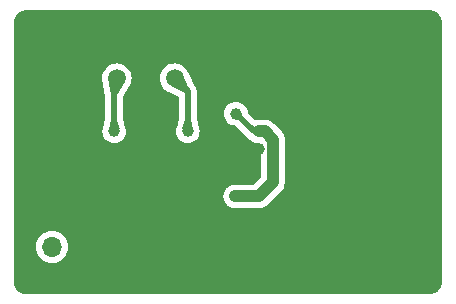
<source format=gbl>
G04 #@! TF.GenerationSoftware,KiCad,Pcbnew,8.0.2*
G04 #@! TF.CreationDate,2024-06-05T16:41:01+02:00*
G04 #@! TF.ProjectId,Local Oscillator 60 MHz,4c6f6361-6c20-44f7-9363-696c6c61746f,rev?*
G04 #@! TF.SameCoordinates,Original*
G04 #@! TF.FileFunction,Copper,L2,Bot*
G04 #@! TF.FilePolarity,Positive*
%FSLAX46Y46*%
G04 Gerber Fmt 4.6, Leading zero omitted, Abs format (unit mm)*
G04 Created by KiCad (PCBNEW 8.0.2) date 2024-06-05 16:41:01*
%MOMM*%
%LPD*%
G01*
G04 APERTURE LIST*
G04 #@! TA.AperFunction,ComponentPad*
%ADD10R,1.700000X1.700000*%
G04 #@! TD*
G04 #@! TA.AperFunction,ComponentPad*
%ADD11O,1.700000X1.700000*%
G04 #@! TD*
G04 #@! TA.AperFunction,ComponentPad*
%ADD12C,1.500000*%
G04 #@! TD*
G04 #@! TA.AperFunction,SMDPad,CuDef*
%ADD13R,4.000000X6.000000*%
G04 #@! TD*
G04 #@! TA.AperFunction,ViaPad*
%ADD14C,1.000000*%
G04 #@! TD*
G04 #@! TA.AperFunction,Conductor*
%ADD15C,0.500000*%
G04 #@! TD*
G04 #@! TA.AperFunction,Conductor*
%ADD16C,1.000000*%
G04 #@! TD*
G04 APERTURE END LIST*
D10*
X83500000Y-75725000D03*
D11*
X83500000Y-78265000D03*
D12*
X88975000Y-64000000D03*
X93855000Y-64000000D03*
D13*
X114000000Y-63750000D03*
X114000000Y-76750000D03*
X114000000Y-70250000D03*
D14*
X81250000Y-74000000D03*
X81250000Y-66500000D03*
X98500000Y-59250000D03*
X109750000Y-59250000D03*
X99750000Y-81250000D03*
X93500000Y-59250000D03*
X111000000Y-59250000D03*
X101000000Y-63500000D03*
X109750000Y-81250000D03*
X108500000Y-81250000D03*
X112250000Y-81250000D03*
X111000000Y-81250000D03*
X84750000Y-59250000D03*
X93000000Y-68500000D03*
X87250000Y-59250000D03*
X113500000Y-81250000D03*
X81250000Y-69000000D03*
X93000000Y-76250000D03*
X81250000Y-64000000D03*
X81250000Y-79000000D03*
X107250000Y-59250000D03*
X111250000Y-60750000D03*
X88500000Y-59250000D03*
X81250000Y-67750000D03*
X89000000Y-74750000D03*
X97250000Y-59250000D03*
X115500000Y-67750000D03*
X93500000Y-81250000D03*
X113500000Y-59250000D03*
X82250000Y-59250000D03*
X115500000Y-66500000D03*
X96000000Y-81250000D03*
X81250000Y-80250000D03*
X115500000Y-61500000D03*
X92250000Y-59250000D03*
X112250000Y-59250000D03*
X103500000Y-59250000D03*
X115500000Y-60250000D03*
X83500000Y-63250000D03*
X102250000Y-81250000D03*
X101000000Y-70000000D03*
X86000000Y-81250000D03*
X103500000Y-81250000D03*
X98000000Y-72750000D03*
X101000000Y-81250000D03*
X108500000Y-59250000D03*
X88500000Y-81250000D03*
X81250000Y-62750000D03*
X106500000Y-67475000D03*
X81250000Y-76500000D03*
X114750000Y-81250000D03*
X83000000Y-65250000D03*
X96500000Y-75000000D03*
X81250000Y-71500000D03*
X102250000Y-59250000D03*
X83000000Y-61250000D03*
X92250000Y-81250000D03*
X81250000Y-65250000D03*
X107250000Y-81250000D03*
X91000000Y-81250000D03*
X96000000Y-59250000D03*
X112500000Y-74000000D03*
X98500000Y-81250000D03*
X81250000Y-72750000D03*
X81250000Y-77750000D03*
X99000000Y-79500000D03*
X94750000Y-81250000D03*
X115500000Y-72750000D03*
X112500000Y-67500000D03*
X106030603Y-81246169D03*
X86000000Y-59250000D03*
X88500000Y-76250000D03*
X101000000Y-76500000D03*
X91000000Y-59250000D03*
X89750000Y-81250000D03*
X115500000Y-79000000D03*
X83500000Y-59250000D03*
X97250000Y-68000000D03*
X106000000Y-59250000D03*
X104750000Y-81250000D03*
X81250000Y-61500000D03*
X97250000Y-81250000D03*
X104750000Y-59250000D03*
X87250000Y-81250000D03*
X94750000Y-59250000D03*
X101000000Y-59250000D03*
X115500000Y-80250000D03*
X115500000Y-74000000D03*
X98750000Y-61250000D03*
X98000000Y-70250000D03*
X82250000Y-81250000D03*
X89750000Y-59250000D03*
X83500000Y-81250000D03*
X105500000Y-60750000D03*
X81250000Y-70250000D03*
X106500000Y-73975000D03*
X81250000Y-60250000D03*
X84750000Y-81250000D03*
X99750000Y-59250000D03*
X81250000Y-75250000D03*
X114750000Y-59250000D03*
X88750000Y-68500000D03*
X101000000Y-68500000D03*
X101000000Y-74000000D03*
X99000000Y-74000000D03*
X99050000Y-67000000D03*
X94975000Y-68500000D03*
D15*
X88750000Y-68500000D02*
X88750000Y-64225000D01*
X88750000Y-64225000D02*
X88975000Y-64000000D01*
D16*
X99000000Y-74000000D02*
X101000000Y-74000000D01*
X102200000Y-72800000D02*
X102200000Y-69200000D01*
X102200000Y-69200000D02*
X101500000Y-68500000D01*
D15*
X99050000Y-67000000D02*
X100550000Y-68500000D01*
D16*
X101500000Y-68500000D02*
X101000000Y-68500000D01*
X101000000Y-74000000D02*
X102200000Y-72800000D01*
D15*
X100550000Y-68500000D02*
X101000000Y-68500000D01*
X94975000Y-68500000D02*
X94975000Y-65120000D01*
X94975000Y-65120000D02*
X93855000Y-64000000D01*
G04 #@! TA.AperFunction,Conductor*
G36*
X115488074Y-58250002D02*
G01*
X115488781Y-58250006D01*
X115499345Y-58250070D01*
X115500689Y-58250087D01*
X115511891Y-58250293D01*
X115512552Y-58250307D01*
X115546504Y-58251139D01*
X115551750Y-58251381D01*
X115592725Y-58254149D01*
X115603272Y-58255318D01*
X115643853Y-58261592D01*
X115649021Y-58262505D01*
X115691657Y-58270986D01*
X115697552Y-58272310D01*
X115783680Y-58293883D01*
X115795321Y-58297415D01*
X115876028Y-58326293D01*
X115887255Y-58330943D01*
X115964760Y-58367600D01*
X115975485Y-58373332D01*
X116049008Y-58417400D01*
X116059118Y-58424155D01*
X116127976Y-58475223D01*
X116137378Y-58482940D01*
X116200890Y-58540504D01*
X116209495Y-58549109D01*
X116267059Y-58612621D01*
X116274779Y-58622028D01*
X116325839Y-58690875D01*
X116332599Y-58700992D01*
X116376665Y-58774511D01*
X116382402Y-58785244D01*
X116419051Y-58862733D01*
X116423707Y-58873974D01*
X116452585Y-58954681D01*
X116456118Y-58966327D01*
X116477685Y-59052430D01*
X116479018Y-59058366D01*
X116487486Y-59100934D01*
X116488413Y-59106182D01*
X116494678Y-59146707D01*
X116495852Y-59157292D01*
X116498617Y-59198212D01*
X116498862Y-59203539D01*
X116499691Y-59237416D01*
X116499707Y-59238169D01*
X116499910Y-59249207D01*
X116499929Y-59250723D01*
X116499998Y-59261915D01*
X116500000Y-59262679D01*
X116500000Y-81237320D01*
X116499998Y-81238084D01*
X116499929Y-81249276D01*
X116499910Y-81250792D01*
X116499707Y-81261830D01*
X116499691Y-81262583D01*
X116498862Y-81296460D01*
X116498617Y-81301787D01*
X116495852Y-81342707D01*
X116494678Y-81353292D01*
X116488413Y-81393817D01*
X116487486Y-81399065D01*
X116479018Y-81441633D01*
X116477685Y-81447569D01*
X116456118Y-81533672D01*
X116452585Y-81545318D01*
X116423707Y-81626025D01*
X116419051Y-81637267D01*
X116382403Y-81714753D01*
X116376667Y-81725484D01*
X116332601Y-81799005D01*
X116325840Y-81809124D01*
X116274779Y-81877972D01*
X116267059Y-81887378D01*
X116209495Y-81950890D01*
X116200890Y-81959495D01*
X116137378Y-82017059D01*
X116127972Y-82024779D01*
X116059124Y-82075840D01*
X116049005Y-82082601D01*
X115975484Y-82126667D01*
X115964753Y-82132403D01*
X115887267Y-82169051D01*
X115876025Y-82173707D01*
X115795318Y-82202585D01*
X115783672Y-82206118D01*
X115697569Y-82227685D01*
X115691633Y-82229018D01*
X115649065Y-82237486D01*
X115643817Y-82238413D01*
X115603292Y-82244678D01*
X115592707Y-82245852D01*
X115551787Y-82248617D01*
X115546460Y-82248862D01*
X115512583Y-82249691D01*
X115511830Y-82249707D01*
X115500792Y-82249910D01*
X115499277Y-82249929D01*
X115489042Y-82249992D01*
X115488074Y-82249998D01*
X115487321Y-82250000D01*
X81262679Y-82250000D01*
X81261924Y-82249998D01*
X81261095Y-82249992D01*
X81250723Y-82249929D01*
X81249207Y-82249910D01*
X81238169Y-82249707D01*
X81237416Y-82249691D01*
X81203539Y-82248862D01*
X81198212Y-82248617D01*
X81157292Y-82245852D01*
X81146707Y-82244678D01*
X81106182Y-82238413D01*
X81100941Y-82237487D01*
X81079554Y-82233233D01*
X81058366Y-82229018D01*
X81052430Y-82227685D01*
X80966327Y-82206118D01*
X80954681Y-82202585D01*
X80873974Y-82173707D01*
X80862732Y-82169051D01*
X80785246Y-82132403D01*
X80774515Y-82126667D01*
X80700996Y-82082602D01*
X80690878Y-82075841D01*
X80622033Y-82024783D01*
X80612626Y-82017063D01*
X80549109Y-81959495D01*
X80540504Y-81950890D01*
X80482940Y-81887378D01*
X80475220Y-81877972D01*
X80424159Y-81809124D01*
X80417398Y-81799005D01*
X80373332Y-81725484D01*
X80367596Y-81714753D01*
X80330943Y-81637255D01*
X80326292Y-81626025D01*
X80297416Y-81545324D01*
X80293883Y-81533678D01*
X80272310Y-81447552D01*
X80270986Y-81441657D01*
X80262505Y-81399021D01*
X80261592Y-81393853D01*
X80255318Y-81353272D01*
X80254149Y-81342727D01*
X80251380Y-81301752D01*
X80251138Y-81296492D01*
X80250305Y-81262482D01*
X80250292Y-81261830D01*
X80250087Y-81250695D01*
X80250070Y-81249344D01*
X80250002Y-81238073D01*
X80250000Y-81237320D01*
X80250000Y-78264999D01*
X82144341Y-78264999D01*
X82144341Y-78265000D01*
X82164936Y-78500403D01*
X82164938Y-78500413D01*
X82226094Y-78728655D01*
X82226096Y-78728659D01*
X82226097Y-78728663D01*
X82325965Y-78942830D01*
X82325967Y-78942834D01*
X82434281Y-79097521D01*
X82461505Y-79136401D01*
X82628599Y-79303495D01*
X82725384Y-79371265D01*
X82822165Y-79439032D01*
X82822167Y-79439033D01*
X82822170Y-79439035D01*
X83036337Y-79538903D01*
X83264592Y-79600063D01*
X83452918Y-79616539D01*
X83499999Y-79620659D01*
X83500000Y-79620659D01*
X83500001Y-79620659D01*
X83539234Y-79617226D01*
X83735408Y-79600063D01*
X83963663Y-79538903D01*
X84177830Y-79439035D01*
X84371401Y-79303495D01*
X84538495Y-79136401D01*
X84674035Y-78942830D01*
X84773903Y-78728663D01*
X84835063Y-78500408D01*
X84855659Y-78265000D01*
X84835063Y-78029592D01*
X84773903Y-77801337D01*
X84674035Y-77587171D01*
X84538495Y-77393599D01*
X84538494Y-77393597D01*
X84371402Y-77226506D01*
X84371395Y-77226501D01*
X84177834Y-77090967D01*
X84177830Y-77090965D01*
X84177828Y-77090964D01*
X83963663Y-76991097D01*
X83963659Y-76991096D01*
X83963655Y-76991094D01*
X83735413Y-76929938D01*
X83735403Y-76929936D01*
X83500001Y-76909341D01*
X83499999Y-76909341D01*
X83264596Y-76929936D01*
X83264586Y-76929938D01*
X83036344Y-76991094D01*
X83036335Y-76991098D01*
X82822171Y-77090964D01*
X82822169Y-77090965D01*
X82628597Y-77226505D01*
X82461505Y-77393597D01*
X82325965Y-77587169D01*
X82325964Y-77587171D01*
X82226098Y-77801335D01*
X82226094Y-77801344D01*
X82164938Y-78029586D01*
X82164936Y-78029596D01*
X82144341Y-78264999D01*
X80250000Y-78264999D01*
X80250000Y-73999999D01*
X97994659Y-73999999D01*
X97998903Y-74043090D01*
X97999500Y-74055244D01*
X97999500Y-74098544D01*
X98007945Y-74141006D01*
X98009730Y-74153035D01*
X98013975Y-74196130D01*
X98013976Y-74196134D01*
X98026547Y-74237575D01*
X98029503Y-74249378D01*
X98037946Y-74291827D01*
X98037948Y-74291834D01*
X98054517Y-74331834D01*
X98058612Y-74343277D01*
X98071186Y-74384727D01*
X98071187Y-74384729D01*
X98091597Y-74422913D01*
X98096800Y-74433915D01*
X98113368Y-74473914D01*
X98113370Y-74473918D01*
X98137425Y-74509918D01*
X98143683Y-74520358D01*
X98164088Y-74558535D01*
X98164094Y-74558543D01*
X98191552Y-74592002D01*
X98198799Y-74601772D01*
X98222862Y-74637783D01*
X98222865Y-74637787D01*
X98253479Y-74668401D01*
X98261651Y-74677416D01*
X98289117Y-74710883D01*
X98322579Y-74738345D01*
X98322581Y-74738346D01*
X98331599Y-74746520D01*
X98362214Y-74777136D01*
X98362217Y-74777138D01*
X98362218Y-74777139D01*
X98398217Y-74801193D01*
X98398219Y-74801194D01*
X98407988Y-74808438D01*
X98441462Y-74835910D01*
X98479640Y-74856316D01*
X98490078Y-74862572D01*
X98497899Y-74867797D01*
X98526086Y-74886632D01*
X98566095Y-74903203D01*
X98577091Y-74908404D01*
X98615273Y-74928814D01*
X98656710Y-74941383D01*
X98668160Y-74945480D01*
X98708165Y-74962051D01*
X98750640Y-74970499D01*
X98762414Y-74973448D01*
X98803868Y-74986024D01*
X98846964Y-74990268D01*
X98858990Y-74992052D01*
X98889480Y-74998117D01*
X98901458Y-75000500D01*
X98901459Y-75000500D01*
X98944756Y-75000500D01*
X98956909Y-75001096D01*
X99000000Y-75005341D01*
X99043090Y-75001096D01*
X99055244Y-75000500D01*
X100901460Y-75000500D01*
X100944756Y-75000500D01*
X100956909Y-75001096D01*
X101000000Y-75005341D01*
X101043090Y-75001096D01*
X101055244Y-75000500D01*
X101098541Y-75000500D01*
X101141011Y-74992051D01*
X101153034Y-74990268D01*
X101196132Y-74986024D01*
X101237580Y-74973449D01*
X101249361Y-74970498D01*
X101291836Y-74962051D01*
X101331855Y-74945473D01*
X101343281Y-74941385D01*
X101384727Y-74928814D01*
X101422910Y-74908403D01*
X101433910Y-74903201D01*
X101473914Y-74886632D01*
X101509938Y-74862560D01*
X101520351Y-74856320D01*
X101546591Y-74842295D01*
X101558535Y-74835912D01*
X101558539Y-74835909D01*
X101592005Y-74808444D01*
X101601782Y-74801193D01*
X101637781Y-74777140D01*
X101637783Y-74777138D01*
X101637785Y-74777136D01*
X101668408Y-74746512D01*
X101677402Y-74738359D01*
X101710883Y-74710883D01*
X101738359Y-74677402D01*
X101746511Y-74668409D01*
X101777139Y-74637782D01*
X101777139Y-74637781D01*
X101787341Y-74627580D01*
X101787348Y-74627570D01*
X102977139Y-73437782D01*
X103022306Y-73370184D01*
X103086632Y-73273914D01*
X103162051Y-73091835D01*
X103166159Y-73071186D01*
X103200500Y-72898540D01*
X103200500Y-72701460D01*
X103200500Y-69101459D01*
X103200500Y-69101456D01*
X103200499Y-69101454D01*
X103196819Y-69082954D01*
X103162051Y-68908164D01*
X103108647Y-68779236D01*
X103086632Y-68726086D01*
X102977139Y-68562218D01*
X102837782Y-68422861D01*
X102837781Y-68422860D01*
X102284208Y-67869288D01*
X102284206Y-67869285D01*
X102284206Y-67869286D01*
X102277139Y-67862219D01*
X102277139Y-67862218D01*
X102137782Y-67722861D01*
X102137781Y-67722860D01*
X102137780Y-67722859D01*
X101973920Y-67613371D01*
X101973907Y-67613364D01*
X101841543Y-67558538D01*
X101841542Y-67558538D01*
X101791836Y-67537949D01*
X101791828Y-67537947D01*
X101671316Y-67513976D01*
X101646974Y-67509134D01*
X101598543Y-67499500D01*
X101598541Y-67499500D01*
X101055244Y-67499500D01*
X101043090Y-67498903D01*
X101000000Y-67494659D01*
X100956910Y-67498903D01*
X100944756Y-67499500D01*
X100901453Y-67499500D01*
X100858991Y-67507945D01*
X100846963Y-67509730D01*
X100803867Y-67513976D01*
X100762427Y-67526546D01*
X100750628Y-67529501D01*
X100742503Y-67531118D01*
X100724083Y-67534782D01*
X100654491Y-67528553D01*
X100612212Y-67500845D01*
X100080593Y-66969225D01*
X100047108Y-66907902D01*
X100044871Y-66893697D01*
X100036024Y-66803871D01*
X100036024Y-66803870D01*
X100036024Y-66803868D01*
X99978814Y-66615273D01*
X99978811Y-66615269D01*
X99978811Y-66615266D01*
X99885913Y-66441467D01*
X99885909Y-66441460D01*
X99760883Y-66289116D01*
X99608539Y-66164090D01*
X99608532Y-66164086D01*
X99434733Y-66071188D01*
X99434727Y-66071186D01*
X99246132Y-66013976D01*
X99246129Y-66013975D01*
X99050000Y-65994659D01*
X98853870Y-66013975D01*
X98665266Y-66071188D01*
X98491467Y-66164086D01*
X98491460Y-66164090D01*
X98339116Y-66289116D01*
X98214090Y-66441460D01*
X98214086Y-66441467D01*
X98121188Y-66615266D01*
X98063975Y-66803870D01*
X98044659Y-67000000D01*
X98063975Y-67196129D01*
X98121188Y-67384733D01*
X98214086Y-67558532D01*
X98214090Y-67558538D01*
X98339116Y-67710883D01*
X98491460Y-67835909D01*
X98491467Y-67835913D01*
X98665266Y-67928811D01*
X98665269Y-67928811D01*
X98665273Y-67928814D01*
X98853868Y-67986024D01*
X98943697Y-67994871D01*
X99008485Y-68021031D01*
X99019225Y-68030593D01*
X99550851Y-68562218D01*
X99967048Y-68978415D01*
X99967049Y-68978416D01*
X100071584Y-69082951D01*
X100071587Y-69082953D01*
X100071588Y-69082954D01*
X100194494Y-69165077D01*
X100194498Y-69165079D01*
X100194505Y-69165084D01*
X100194508Y-69165085D01*
X100194511Y-69165087D01*
X100255861Y-69190498D01*
X100287074Y-69209206D01*
X100322581Y-69238346D01*
X100331598Y-69246519D01*
X100362214Y-69277136D01*
X100362219Y-69277140D01*
X100398219Y-69301194D01*
X100407988Y-69308438D01*
X100441462Y-69335910D01*
X100441464Y-69335911D01*
X100479640Y-69356316D01*
X100490078Y-69362572D01*
X100526086Y-69386632D01*
X100566095Y-69403203D01*
X100577091Y-69408404D01*
X100615273Y-69428814D01*
X100656710Y-69441383D01*
X100668160Y-69445480D01*
X100708165Y-69462051D01*
X100750640Y-69470499D01*
X100762414Y-69473448D01*
X100803868Y-69486024D01*
X100846964Y-69490268D01*
X100858990Y-69492052D01*
X100889480Y-69498117D01*
X100901458Y-69500500D01*
X100901459Y-69500500D01*
X100944756Y-69500500D01*
X100956909Y-69501096D01*
X101000000Y-69505341D01*
X101023949Y-69502982D01*
X101092594Y-69516001D01*
X101123784Y-69538704D01*
X101163181Y-69578101D01*
X101196666Y-69639424D01*
X101199500Y-69665782D01*
X101199500Y-72334217D01*
X101179815Y-72401256D01*
X101163181Y-72421898D01*
X100621899Y-72963181D01*
X100560576Y-72996666D01*
X100534218Y-72999500D01*
X99055244Y-72999500D01*
X99043090Y-72998903D01*
X99020377Y-72996666D01*
X99000000Y-72994659D01*
X98979623Y-72996666D01*
X98956910Y-72998903D01*
X98944756Y-72999500D01*
X98901453Y-72999500D01*
X98858991Y-73007945D01*
X98846963Y-73009730D01*
X98803867Y-73013976D01*
X98762427Y-73026546D01*
X98750626Y-73029502D01*
X98708166Y-73037948D01*
X98708161Y-73037949D01*
X98668159Y-73054518D01*
X98656707Y-73058616D01*
X98615272Y-73071186D01*
X98577091Y-73091594D01*
X98566093Y-73096795D01*
X98526091Y-73113364D01*
X98490080Y-73137426D01*
X98479645Y-73143680D01*
X98441465Y-73164087D01*
X98441460Y-73164091D01*
X98407990Y-73191557D01*
X98398225Y-73198799D01*
X98362225Y-73222855D01*
X98362219Y-73222860D01*
X98331595Y-73253483D01*
X98322584Y-73261650D01*
X98289117Y-73289117D01*
X98261650Y-73322584D01*
X98253483Y-73331595D01*
X98222860Y-73362219D01*
X98222855Y-73362225D01*
X98198799Y-73398225D01*
X98191557Y-73407990D01*
X98164091Y-73441460D01*
X98164087Y-73441465D01*
X98143680Y-73479645D01*
X98137426Y-73490080D01*
X98113364Y-73526091D01*
X98096795Y-73566093D01*
X98091594Y-73577091D01*
X98071186Y-73615272D01*
X98058616Y-73656707D01*
X98054518Y-73668159D01*
X98037949Y-73708161D01*
X98037948Y-73708166D01*
X98029502Y-73750626D01*
X98026546Y-73762427D01*
X98013976Y-73803867D01*
X98009730Y-73846963D01*
X98007945Y-73858991D01*
X97999500Y-73901453D01*
X97999500Y-73944754D01*
X97998903Y-73956907D01*
X97994659Y-73999999D01*
X80250000Y-73999999D01*
X80250000Y-63999997D01*
X87719723Y-63999997D01*
X87719723Y-64000002D01*
X87738793Y-64217975D01*
X87738793Y-64217979D01*
X87781528Y-64377469D01*
X87783597Y-64386537D01*
X87809114Y-64521565D01*
X87908232Y-65046079D01*
X87997344Y-65517636D01*
X87999500Y-65540661D01*
X87999500Y-67399797D01*
X87995449Y-67431234D01*
X87801654Y-68170659D01*
X87797141Y-68189319D01*
X87796762Y-68191722D01*
X87792940Y-68208382D01*
X87763975Y-68303868D01*
X87744659Y-68500000D01*
X87763975Y-68696129D01*
X87821188Y-68884733D01*
X87914086Y-69058532D01*
X87914090Y-69058539D01*
X88039116Y-69210883D01*
X88191460Y-69335909D01*
X88191467Y-69335913D01*
X88365266Y-69428811D01*
X88365269Y-69428811D01*
X88365273Y-69428814D01*
X88553868Y-69486024D01*
X88750000Y-69505341D01*
X88946132Y-69486024D01*
X89134727Y-69428814D01*
X89308538Y-69335910D01*
X89460883Y-69210883D01*
X89585910Y-69058538D01*
X89678814Y-68884727D01*
X89736024Y-68696132D01*
X89755341Y-68500000D01*
X89736024Y-68303868D01*
X89703251Y-68195834D01*
X89698710Y-68173879D01*
X89698342Y-68170653D01*
X89698341Y-68170645D01*
X89504551Y-67431234D01*
X89500500Y-67399797D01*
X89500500Y-65631237D01*
X89516851Y-65569693D01*
X90023030Y-64684341D01*
X90029093Y-64674778D01*
X90062102Y-64627639D01*
X90089358Y-64569186D01*
X90094086Y-64560059D01*
X90100165Y-64549428D01*
X90114963Y-64521559D01*
X90115610Y-64520243D01*
X90131692Y-64479008D01*
X90134818Y-64471696D01*
X90154575Y-64429330D01*
X90211207Y-64217977D01*
X90230277Y-64000000D01*
X90230277Y-63999997D01*
X92599723Y-63999997D01*
X92599723Y-64000002D01*
X92618793Y-64217975D01*
X92618793Y-64217979D01*
X92675422Y-64429322D01*
X92675424Y-64429326D01*
X92675425Y-64429330D01*
X92698598Y-64479025D01*
X92767897Y-64627638D01*
X92767898Y-64627639D01*
X92893402Y-64806877D01*
X93048123Y-64961598D01*
X93227361Y-65087102D01*
X93320619Y-65130588D01*
X93331666Y-65135740D01*
X93347020Y-65144272D01*
X93364980Y-65155990D01*
X93364985Y-65155993D01*
X93901674Y-65405579D01*
X94152788Y-65522360D01*
X94205275Y-65568478D01*
X94224500Y-65634796D01*
X94224500Y-67399797D01*
X94220449Y-67431234D01*
X94026654Y-68170659D01*
X94022141Y-68189319D01*
X94021762Y-68191722D01*
X94017940Y-68208382D01*
X93988975Y-68303868D01*
X93969659Y-68500000D01*
X93988975Y-68696129D01*
X94046188Y-68884733D01*
X94139086Y-69058532D01*
X94139090Y-69058539D01*
X94264116Y-69210883D01*
X94416460Y-69335909D01*
X94416467Y-69335913D01*
X94590266Y-69428811D01*
X94590269Y-69428811D01*
X94590273Y-69428814D01*
X94778868Y-69486024D01*
X94975000Y-69505341D01*
X95171132Y-69486024D01*
X95359727Y-69428814D01*
X95533538Y-69335910D01*
X95685883Y-69210883D01*
X95810910Y-69058538D01*
X95903814Y-68884727D01*
X95961024Y-68696132D01*
X95980341Y-68500000D01*
X95961024Y-68303868D01*
X95928251Y-68195834D01*
X95923710Y-68173879D01*
X95923342Y-68170653D01*
X95923341Y-68170645D01*
X95729551Y-67431234D01*
X95725500Y-67399797D01*
X95725500Y-65046079D01*
X95696659Y-64901092D01*
X95696658Y-64901091D01*
X95696658Y-64901087D01*
X95657635Y-64806877D01*
X95640087Y-64764511D01*
X95640080Y-64764498D01*
X95557952Y-64641585D01*
X95557951Y-64641584D01*
X95534747Y-64618380D01*
X95509994Y-64582990D01*
X95494383Y-64549422D01*
X95238875Y-64000002D01*
X95010994Y-63509987D01*
X94991190Y-63471752D01*
X94988088Y-63466919D01*
X94988482Y-63466665D01*
X94978419Y-63450245D01*
X94942102Y-63372363D01*
X94942101Y-63372361D01*
X94816599Y-63193124D01*
X94816596Y-63193121D01*
X94661877Y-63038402D01*
X94482639Y-62912898D01*
X94482640Y-62912898D01*
X94482638Y-62912897D01*
X94383484Y-62866661D01*
X94284330Y-62820425D01*
X94284326Y-62820424D01*
X94284322Y-62820422D01*
X94072977Y-62763793D01*
X93855002Y-62744723D01*
X93854998Y-62744723D01*
X93709682Y-62757436D01*
X93637023Y-62763793D01*
X93637020Y-62763793D01*
X93425677Y-62820422D01*
X93425668Y-62820426D01*
X93227361Y-62912898D01*
X93227357Y-62912900D01*
X93048121Y-63038402D01*
X92893402Y-63193121D01*
X92767900Y-63372357D01*
X92767898Y-63372361D01*
X92675426Y-63570668D01*
X92675422Y-63570677D01*
X92618793Y-63782020D01*
X92618793Y-63782024D01*
X92599723Y-63999997D01*
X90230277Y-63999997D01*
X90211207Y-63782023D01*
X90154575Y-63570670D01*
X90062102Y-63372362D01*
X90062100Y-63372359D01*
X90062099Y-63372357D01*
X89936599Y-63193124D01*
X89936596Y-63193121D01*
X89781877Y-63038402D01*
X89602639Y-62912898D01*
X89602640Y-62912898D01*
X89602638Y-62912897D01*
X89503484Y-62866661D01*
X89404330Y-62820425D01*
X89404326Y-62820424D01*
X89404322Y-62820422D01*
X89192977Y-62763793D01*
X88975002Y-62744723D01*
X88974998Y-62744723D01*
X88829682Y-62757436D01*
X88757023Y-62763793D01*
X88757020Y-62763793D01*
X88545677Y-62820422D01*
X88545668Y-62820426D01*
X88347361Y-62912898D01*
X88347357Y-62912900D01*
X88168121Y-63038402D01*
X88013402Y-63193121D01*
X87887900Y-63372357D01*
X87887898Y-63372361D01*
X87795426Y-63570668D01*
X87795422Y-63570677D01*
X87738793Y-63782020D01*
X87738793Y-63782024D01*
X87719723Y-63999997D01*
X80250000Y-63999997D01*
X80250000Y-59262679D01*
X80250002Y-59261926D01*
X80250006Y-59261226D01*
X80250071Y-59250652D01*
X80250087Y-59249312D01*
X80250293Y-59238101D01*
X80250308Y-59237427D01*
X80250308Y-59237416D01*
X80251139Y-59203493D01*
X80251381Y-59198251D01*
X80254149Y-59157272D01*
X80255318Y-59146730D01*
X80261593Y-59106138D01*
X80262503Y-59100986D01*
X80270988Y-59058333D01*
X80272308Y-59052455D01*
X80293885Y-58966313D01*
X80297414Y-58954681D01*
X80326296Y-58873963D01*
X80330940Y-58862751D01*
X80367604Y-58785230D01*
X80373327Y-58774523D01*
X80417405Y-58700983D01*
X80424152Y-58690886D01*
X80475223Y-58622023D01*
X80482936Y-58612626D01*
X80494741Y-58599600D01*
X80540510Y-58549102D01*
X80549102Y-58540510D01*
X80599600Y-58494741D01*
X80612626Y-58482936D01*
X80622023Y-58475223D01*
X80690886Y-58424152D01*
X80700979Y-58417408D01*
X80774525Y-58373326D01*
X80785229Y-58367604D01*
X80862744Y-58330943D01*
X80873963Y-58326296D01*
X80954684Y-58297413D01*
X80966313Y-58293885D01*
X81052455Y-58272308D01*
X81058333Y-58270988D01*
X81100986Y-58262503D01*
X81106138Y-58261593D01*
X81146730Y-58255318D01*
X81157272Y-58254149D01*
X81198251Y-58251381D01*
X81203493Y-58251139D01*
X81237454Y-58250307D01*
X81238101Y-58250293D01*
X81249312Y-58250087D01*
X81250652Y-58250071D01*
X81261226Y-58250006D01*
X81261926Y-58250002D01*
X81262679Y-58250000D01*
X115487321Y-58250000D01*
X115488074Y-58250002D01*
G37*
G04 #@! TD.AperFunction*
G04 #@! TA.AperFunction,Conductor*
G36*
X88977162Y-63999898D02*
G01*
X89655658Y-64281920D01*
X89661982Y-64288260D01*
X89661971Y-64297215D01*
X89661324Y-64298531D01*
X89003369Y-65449352D01*
X88996288Y-65454833D01*
X88993212Y-65455245D01*
X88509697Y-65455245D01*
X88501424Y-65451818D01*
X88498200Y-65445718D01*
X88227618Y-64013854D01*
X88229450Y-64005088D01*
X88236942Y-64000184D01*
X88239096Y-63999981D01*
X88972656Y-63999003D01*
X88977162Y-63999898D01*
G37*
G04 #@! TD.AperFunction*
G04 #@! TA.AperFunction,Conductor*
G36*
X88999244Y-67503427D02*
G01*
X89002289Y-67508734D01*
X89209357Y-68298806D01*
X89208139Y-68307677D01*
X89202536Y-68312573D01*
X88754497Y-68499127D01*
X88745543Y-68499144D01*
X88745503Y-68499127D01*
X88297463Y-68312573D01*
X88291142Y-68306229D01*
X88290642Y-68298806D01*
X88497711Y-67508734D01*
X88503124Y-67501600D01*
X88509029Y-67500000D01*
X88990971Y-67500000D01*
X88999244Y-67503427D01*
G37*
G04 #@! TD.AperFunction*
G04 #@! TA.AperFunction,Conductor*
G36*
X95224244Y-67503427D02*
G01*
X95227289Y-67508734D01*
X95434357Y-68298806D01*
X95433139Y-68307677D01*
X95427536Y-68312573D01*
X94979497Y-68499127D01*
X94970543Y-68499144D01*
X94970503Y-68499127D01*
X94522463Y-68312573D01*
X94516142Y-68306229D01*
X94515642Y-68298806D01*
X94722711Y-67508734D01*
X94728124Y-67501600D01*
X94734029Y-67500000D01*
X95215971Y-67500000D01*
X95224244Y-67503427D01*
G37*
G04 #@! TD.AperFunction*
G04 #@! TA.AperFunction,Conductor*
G36*
X94546513Y-63717270D02*
G01*
X94552631Y-63723140D01*
X95088985Y-64876462D01*
X95089366Y-64885409D01*
X95086649Y-64889669D01*
X94744669Y-65231649D01*
X94736396Y-65235076D01*
X94731462Y-65233985D01*
X93578140Y-64697631D01*
X93572084Y-64691035D01*
X93572258Y-64682560D01*
X93852438Y-64003786D01*
X93858759Y-63997449D01*
X94537560Y-63717259D01*
X94546513Y-63717270D01*
G37*
G04 #@! TD.AperFunction*
M02*

</source>
